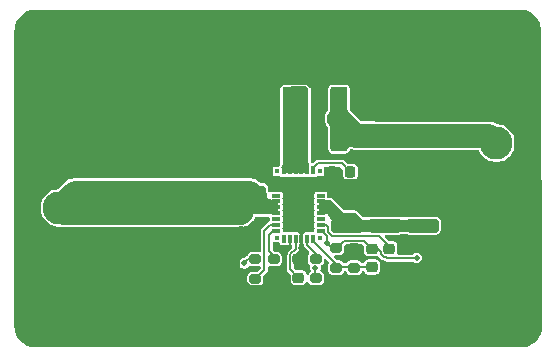
<source format=gbr>
%TF.GenerationSoftware,KiCad,Pcbnew,9.0.3*%
%TF.CreationDate,2025-10-03T16:36:05+02:00*%
%TF.ProjectId,board,626f6172-642e-46b6-9963-61645f706362,rev?*%
%TF.SameCoordinates,Original*%
%TF.FileFunction,Copper,L1,Top*%
%TF.FilePolarity,Positive*%
%FSLAX46Y46*%
G04 Gerber Fmt 4.6, Leading zero omitted, Abs format (unit mm)*
G04 Created by KiCad (PCBNEW 9.0.3) date 2025-10-03 16:36:05*
%MOMM*%
%LPD*%
G01*
G04 APERTURE LIST*
G04 Aperture macros list*
%AMRoundRect*
0 Rectangle with rounded corners*
0 $1 Rounding radius*
0 $2 $3 $4 $5 $6 $7 $8 $9 X,Y pos of 4 corners*
0 Add a 4 corners polygon primitive as box body*
4,1,4,$2,$3,$4,$5,$6,$7,$8,$9,$2,$3,0*
0 Add four circle primitives for the rounded corners*
1,1,$1+$1,$2,$3*
1,1,$1+$1,$4,$5*
1,1,$1+$1,$6,$7*
1,1,$1+$1,$8,$9*
0 Add four rect primitives between the rounded corners*
20,1,$1+$1,$2,$3,$4,$5,0*
20,1,$1+$1,$4,$5,$6,$7,0*
20,1,$1+$1,$6,$7,$8,$9,0*
20,1,$1+$1,$8,$9,$2,$3,0*%
G04 Aperture macros list end*
%TA.AperFunction,SMDPad,CuDef*%
%ADD10RoundRect,0.200000X-0.275000X0.200000X-0.275000X-0.200000X0.275000X-0.200000X0.275000X0.200000X0*%
%TD*%
%TA.AperFunction,SMDPad,CuDef*%
%ADD11RoundRect,0.250000X1.100000X-0.325000X1.100000X0.325000X-1.100000X0.325000X-1.100000X-0.325000X0*%
%TD*%
%TA.AperFunction,SMDPad,CuDef*%
%ADD12RoundRect,0.250000X-0.650000X0.325000X-0.650000X-0.325000X0.650000X-0.325000X0.650000X0.325000X0*%
%TD*%
%TA.AperFunction,SMDPad,CuDef*%
%ADD13RoundRect,0.250000X-0.465000X-2.500000X0.465000X-2.500000X0.465000X2.500000X-0.465000X2.500000X0*%
%TD*%
%TA.AperFunction,SMDPad,CuDef*%
%ADD14RoundRect,0.200000X0.275000X-0.200000X0.275000X0.200000X-0.275000X0.200000X-0.275000X-0.200000X0*%
%TD*%
%TA.AperFunction,SMDPad,CuDef*%
%ADD15RoundRect,0.250000X-1.100000X0.325000X-1.100000X-0.325000X1.100000X-0.325000X1.100000X0.325000X0*%
%TD*%
%TA.AperFunction,ComponentPad*%
%ADD16RoundRect,0.250001X1.149999X-1.149999X1.149999X1.149999X-1.149999X1.149999X-1.149999X-1.149999X0*%
%TD*%
%TA.AperFunction,ComponentPad*%
%ADD17C,2.800000*%
%TD*%
%TA.AperFunction,SMDPad,CuDef*%
%ADD18RoundRect,0.250000X-0.475000X0.250000X-0.475000X-0.250000X0.475000X-0.250000X0.475000X0.250000X0*%
%TD*%
%TA.AperFunction,SMDPad,CuDef*%
%ADD19R,0.700000X0.300000*%
%TD*%
%TA.AperFunction,SMDPad,CuDef*%
%ADD20R,0.300000X0.700000*%
%TD*%
%TA.AperFunction,SMDPad,CuDef*%
%ADD21R,1.125000X1.355000*%
%TD*%
%TA.AperFunction,SMDPad,CuDef*%
%ADD22R,1.125000X1.340000*%
%TD*%
%TA.AperFunction,SMDPad,CuDef*%
%ADD23R,0.375000X0.375000*%
%TD*%
%TA.AperFunction,SMDPad,CuDef*%
%ADD24RoundRect,0.225000X-0.250000X0.225000X-0.250000X-0.225000X0.250000X-0.225000X0.250000X0.225000X0*%
%TD*%
%TA.AperFunction,ComponentPad*%
%ADD25RoundRect,0.250001X-1.149999X1.149999X-1.149999X-1.149999X1.149999X-1.149999X1.149999X1.149999X0*%
%TD*%
%TA.AperFunction,SMDPad,CuDef*%
%ADD26RoundRect,0.225000X0.250000X-0.225000X0.250000X0.225000X-0.250000X0.225000X-0.250000X-0.225000X0*%
%TD*%
%TA.AperFunction,SMDPad,CuDef*%
%ADD27RoundRect,0.225000X0.225000X0.250000X-0.225000X0.250000X-0.225000X-0.250000X0.225000X-0.250000X0*%
%TD*%
%TA.AperFunction,ViaPad*%
%ADD28C,0.500000*%
%TD*%
%TA.AperFunction,Conductor*%
%ADD29C,0.200000*%
%TD*%
%TA.AperFunction,Conductor*%
%ADD30C,1.000000*%
%TD*%
%TA.AperFunction,Conductor*%
%ADD31C,2.000000*%
%TD*%
G04 APERTURE END LIST*
D10*
%TO.P,R1,1*%
%TO.N,/8A_DCDC/In*%
X160600000Y-111350000D03*
%TO.P,R1,2*%
%TO.N,/8A_DCDC/En*%
X160600000Y-113000000D03*
%TD*%
D11*
%TO.P,C8,1*%
%TO.N,/8A_DCDC/In*%
X168350000Y-108500000D03*
%TO.P,C8,2*%
%TO.N,GND*%
X168350000Y-105550000D03*
%TD*%
D12*
%TO.P,C16,1*%
%TO.N,/8A_DCDC/5V*%
X170550000Y-100875000D03*
%TO.P,C16,2*%
%TO.N,GND*%
X170550000Y-103825000D03*
%TD*%
D13*
%TO.P,L1,1*%
%TO.N,/8A_DCDC/SW*%
X163630000Y-99450000D03*
%TO.P,L1,2*%
%TO.N,/8A_DCDC/5V*%
X167670000Y-99450000D03*
%TD*%
D14*
%TO.P,R5,1*%
%TO.N,/8A_DCDC/FB*%
X168950000Y-112050000D03*
%TO.P,R5,2*%
%TO.N,GND*%
X168950000Y-110400000D03*
%TD*%
D11*
%TO.P,C3,1*%
%TO.N,/8A_DCDC/In*%
X153550000Y-105700000D03*
%TO.P,C3,2*%
%TO.N,GND*%
X153550000Y-102750000D03*
%TD*%
D15*
%TO.P,C6,1*%
%TO.N,/8A_DCDC/In*%
X150250000Y-107400000D03*
%TO.P,C6,2*%
%TO.N,GND*%
X150250000Y-110350000D03*
%TD*%
D14*
%TO.P,R2,1*%
%TO.N,/8A_DCDC/5V*%
X165750000Y-112950000D03*
%TO.P,R2,2*%
%TO.N,Net-(U1-PG)*%
X165750000Y-111300000D03*
%TD*%
D12*
%TO.P,C18,1*%
%TO.N,/8A_DCDC/5V*%
X175350000Y-100900000D03*
%TO.P,C18,2*%
%TO.N,GND*%
X175350000Y-103850000D03*
%TD*%
D11*
%TO.P,C9,1*%
%TO.N,/8A_DCDC/In*%
X174750000Y-108500000D03*
%TO.P,C9,2*%
%TO.N,GND*%
X174750000Y-105550000D03*
%TD*%
D16*
%TO.P,J1,1,Pin_1*%
%TO.N,GND*%
X181000000Y-106500000D03*
D17*
%TO.P,J1,2,Pin_2*%
%TO.N,/8A_DCDC/5V*%
X181000000Y-101500000D03*
%TD*%
D18*
%TO.P,C11,1*%
%TO.N,/8A_DCDC/In*%
X159450000Y-107350000D03*
%TO.P,C11,2*%
%TO.N,GND*%
X159450000Y-109250000D03*
%TD*%
D10*
%TO.P,R4,1*%
%TO.N,/8A_DCDC/5V*%
X167450000Y-110400000D03*
%TO.P,R4,2*%
%TO.N,/8A_DCDC/FB*%
X167450000Y-112050000D03*
%TD*%
D11*
%TO.P,C2,1*%
%TO.N,/8A_DCDC/In*%
X150250000Y-105700000D03*
%TO.P,C2,2*%
%TO.N,GND*%
X150250000Y-102750000D03*
%TD*%
D15*
%TO.P,C5,1*%
%TO.N,/8A_DCDC/In*%
X153550000Y-107400000D03*
%TO.P,C5,2*%
%TO.N,GND*%
X153550000Y-110350000D03*
%TD*%
%TO.P,C4,1*%
%TO.N,/8A_DCDC/In*%
X156850000Y-107400000D03*
%TO.P,C4,2*%
%TO.N,GND*%
X156850000Y-110350000D03*
%TD*%
D10*
%TO.P,R3,1*%
%TO.N,Net-(U1-RT)*%
X162150000Y-111350000D03*
%TO.P,R3,2*%
%TO.N,GND*%
X162150000Y-113000000D03*
%TD*%
D19*
%TO.P,U1,1,BIAS*%
%TO.N,/8A_DCDC/5V*%
X166150000Y-108950000D03*
%TO.P,U1,2,INTVCC*%
%TO.N,Net-(U1-INTVCC)*%
X166150000Y-108450000D03*
%TO.P,U1,3,NC*%
%TO.N,unconnected-(U1-NC-Pad3)*%
X166150000Y-107950000D03*
%TO.P,U1,4,VIN*%
%TO.N,/8A_DCDC/In*%
X166150000Y-107450000D03*
%TO.P,U1,5,VIN*%
X166150000Y-106950000D03*
%TO.P,U1,6,VIN*%
X166150000Y-106450000D03*
%TO.P,U1,7,NC*%
%TO.N,unconnected-(U1-NC-Pad7)*%
X166150000Y-105950000D03*
%TO.P,U1,8,GND*%
%TO.N,GND*%
X166150000Y-105450000D03*
%TO.P,U1,9,GND*%
X166150000Y-104950001D03*
%TO.P,U1,10,GND*%
X166150000Y-104450000D03*
D20*
%TO.P,U1,11,BST*%
%TO.N,Net-(U1-BST)*%
X165500000Y-103800000D03*
%TO.P,U1,12,SW*%
%TO.N,/8A_DCDC/SW*%
X165000000Y-103800000D03*
%TO.P,U1,13,SW*%
X164500000Y-103800000D03*
%TO.P,U1,14,SW*%
X164000000Y-103800000D03*
%TO.P,U1,15,SW*%
X163500000Y-103800000D03*
%TO.P,U1,16,SW*%
X163000000Y-103800000D03*
D19*
%TO.P,U1,17,GND*%
%TO.N,GND*%
X162350000Y-104450000D03*
%TO.P,U1,18,GND*%
X162350000Y-104950000D03*
%TO.P,U1,19,GND*%
X162350000Y-105450000D03*
%TO.P,U1,20,NC*%
%TO.N,unconnected-(U1-NC-Pad20)*%
X162350000Y-105950000D03*
%TO.P,U1,21,VIN*%
%TO.N,/8A_DCDC/In*%
X162350000Y-106450000D03*
%TO.P,U1,22,VIN*%
X162350000Y-106950000D03*
%TO.P,U1,23,VIN*%
X162350000Y-107450000D03*
%TO.P,U1,24,NC*%
%TO.N,unconnected-(U1-NC-Pad24)*%
X162350000Y-107950000D03*
%TO.P,U1,25,EN/UV*%
%TO.N,/8A_DCDC/En*%
X162350000Y-108449999D03*
%TO.P,U1,26,RT*%
%TO.N,Net-(U1-RT)*%
X162350000Y-108950000D03*
D20*
%TO.P,U1,27,CLKOUT*%
%TO.N,unconnected-(U1-CLKOUT-Pad27)*%
X163000000Y-109600000D03*
%TO.P,U1,28,SYNC/MODE*%
%TO.N,/8A_DCDC/Mode*%
X163500000Y-109600000D03*
%TO.P,U1,29,TR/SS*%
%TO.N,Net-(U1-TR{slash}SS)*%
X164000000Y-109600000D03*
%TO.P,U1,30,GND*%
%TO.N,GND*%
X164500000Y-109600000D03*
%TO.P,U1,31,PG*%
%TO.N,Net-(U1-PG)*%
X165000000Y-109600000D03*
%TO.P,U1,32,FB*%
%TO.N,/8A_DCDC/FB*%
X165500000Y-109600000D03*
D21*
%TO.P,U1,33,GND*%
%TO.N,GND*%
X164912500Y-108247500D03*
%TO.P,U1,34,GND*%
X163587500Y-108247500D03*
D22*
%TO.P,U1,35,GND*%
X164912500Y-106700000D03*
%TO.P,U1,36,GND*%
X163587500Y-106700000D03*
D21*
%TO.P,U1,37,GND*%
X164912500Y-105152500D03*
%TO.P,U1,38,GND*%
X163587500Y-105152500D03*
D23*
%TO.P,U1,m1*%
%TO.N,N/C*%
X166062500Y-109512500D03*
%TO.P,U1,m2*%
X166062500Y-103887500D03*
%TO.P,U1,m3*%
X162437500Y-103887500D03*
%TO.P,U1,m4*%
X162437500Y-109512500D03*
%TD*%
D24*
%TO.P,C12,1*%
%TO.N,Net-(U1-INTVCC)*%
X171950000Y-110450000D03*
%TO.P,C12,2*%
%TO.N,GND*%
X171950000Y-112000000D03*
%TD*%
D11*
%TO.P,C10,1*%
%TO.N,/8A_DCDC/In*%
X156850000Y-105700000D03*
%TO.P,C10,2*%
%TO.N,GND*%
X156850000Y-102750000D03*
%TD*%
D24*
%TO.P,C15,1*%
%TO.N,/8A_DCDC/5V*%
X170450000Y-110450000D03*
%TO.P,C15,2*%
%TO.N,/8A_DCDC/FB*%
X170450000Y-112000000D03*
%TD*%
D25*
%TO.P,J2,1,Pin_1*%
%TO.N,GND*%
X144000000Y-102000000D03*
D17*
%TO.P,J2,2,Pin_2*%
%TO.N,/8A_DCDC/In*%
X144000000Y-107000000D03*
%TD*%
D26*
%TO.P,C13,1*%
%TO.N,Net-(U1-TR{slash}SS)*%
X164250000Y-112900000D03*
%TO.P,C13,2*%
%TO.N,GND*%
X164250000Y-111350000D03*
%TD*%
D11*
%TO.P,C1,1*%
%TO.N,/8A_DCDC/In*%
X171550000Y-108500000D03*
%TO.P,C1,2*%
%TO.N,GND*%
X171550000Y-105550000D03*
%TD*%
D12*
%TO.P,C17,1*%
%TO.N,/8A_DCDC/5V*%
X172950000Y-100900000D03*
%TO.P,C17,2*%
%TO.N,GND*%
X172950000Y-103850000D03*
%TD*%
D11*
%TO.P,C7,1*%
%TO.N,/8A_DCDC/In*%
X160150000Y-105700000D03*
%TO.P,C7,2*%
%TO.N,GND*%
X160150000Y-102750000D03*
%TD*%
D27*
%TO.P,C14,1*%
%TO.N,Net-(U1-BST)*%
X168650000Y-103950000D03*
%TO.P,C14,2*%
%TO.N,GND*%
X167100000Y-103950000D03*
%TD*%
D28*
%TO.N,/8A_DCDC/Mode*%
X163073742Y-110871488D03*
%TO.N,/8A_DCDC/In*%
X153250000Y-107000000D03*
X159654160Y-111695840D03*
X147250000Y-107000000D03*
X152250000Y-107000000D03*
X149250000Y-107000000D03*
X168000000Y-108500000D03*
X157250000Y-107000000D03*
X150250000Y-107000000D03*
X158400000Y-107400000D03*
X148250000Y-107000000D03*
X155250000Y-107000000D03*
X169900000Y-108500000D03*
X171500000Y-108500000D03*
X154250000Y-107000000D03*
X151250000Y-107000000D03*
X146250000Y-107000000D03*
X170750000Y-108500000D03*
X156250000Y-107000000D03*
X169000000Y-108500000D03*
%TO.N,GND*%
X181000000Y-116000000D03*
X167900000Y-105450000D03*
X156650000Y-103950000D03*
X141000000Y-91000000D03*
X159000000Y-91000000D03*
X147000000Y-112000000D03*
X147000000Y-118000000D03*
X141000000Y-114000000D03*
X177000000Y-91000000D03*
X153000000Y-102750000D03*
X151000000Y-91000000D03*
X161000000Y-108250000D03*
X178000000Y-99000000D03*
X165000000Y-91000000D03*
X172750000Y-112000000D03*
X149000000Y-118000000D03*
X159650000Y-109700000D03*
X141000000Y-103000000D03*
X175000000Y-103850000D03*
X181000000Y-91000000D03*
X175000000Y-91000000D03*
X153000000Y-112000000D03*
X160650000Y-103950000D03*
X143000000Y-112000000D03*
X150000000Y-102750000D03*
X183000000Y-112000000D03*
X163400000Y-104700000D03*
X171000000Y-91000000D03*
X163400000Y-105700000D03*
X167900000Y-106200000D03*
X176000000Y-103850000D03*
X170000000Y-105553000D03*
X164150000Y-107950000D03*
X151000000Y-102750000D03*
X154000000Y-102750000D03*
X163000000Y-118000000D03*
X145000000Y-112000000D03*
X163400000Y-107200000D03*
X177000000Y-103850000D03*
X164900000Y-108700000D03*
X141000000Y-101000000D03*
X180000000Y-99000000D03*
X157000000Y-118000000D03*
X141000000Y-110000000D03*
X163000000Y-91000000D03*
X169000000Y-91000000D03*
X184000000Y-92000000D03*
X164150000Y-108700000D03*
X160400000Y-109700000D03*
X151000000Y-112000000D03*
X159650000Y-103950000D03*
X177250000Y-110250000D03*
X157000000Y-112000000D03*
X161000000Y-118000000D03*
X175000000Y-105550000D03*
X161400000Y-104450000D03*
X164500000Y-110350000D03*
X141000000Y-93000000D03*
X167650000Y-104200000D03*
X166900000Y-105450000D03*
X162000000Y-100000000D03*
X165000000Y-118000000D03*
X164150000Y-106450000D03*
X183000000Y-118000000D03*
X148000000Y-102750000D03*
X155000000Y-118000000D03*
X173750000Y-105553000D03*
X171000000Y-118000000D03*
X164900000Y-106450000D03*
X143000000Y-116000000D03*
X178000000Y-103850000D03*
X166900000Y-104700000D03*
X160400000Y-110450000D03*
X164350000Y-111250000D03*
X145000000Y-118000000D03*
X184000000Y-98000000D03*
X164900000Y-107950000D03*
X177000000Y-106000000D03*
X157000000Y-102750000D03*
X183000000Y-116000000D03*
X141000000Y-118000000D03*
X173000000Y-110000000D03*
X141000000Y-97000000D03*
X145000000Y-91000000D03*
X141000000Y-99000000D03*
X162000000Y-99000000D03*
X182000000Y-93000000D03*
X141000000Y-112000000D03*
X157000000Y-91000000D03*
X184000000Y-106000000D03*
X160150000Y-101000000D03*
X161400000Y-103700000D03*
X156000000Y-102750000D03*
X159650000Y-110450000D03*
X164900000Y-107200000D03*
X172000000Y-99000000D03*
X184000000Y-96000000D03*
X176000000Y-99000000D03*
X175000000Y-118000000D03*
X175000000Y-110000000D03*
X143000000Y-91000000D03*
X174000000Y-110000000D03*
X164900000Y-104700000D03*
X173000000Y-118000000D03*
X167000000Y-118000000D03*
X183000000Y-91000000D03*
X177000000Y-118000000D03*
X159000000Y-118000000D03*
X169650000Y-110950000D03*
X171000000Y-103850000D03*
X177000000Y-108000000D03*
X151000000Y-118000000D03*
X162000000Y-98000000D03*
X162079643Y-96079643D03*
X155000000Y-91000000D03*
X163400000Y-108700000D03*
X177000000Y-107000000D03*
X170000000Y-97000000D03*
X162150000Y-112350000D03*
X181000000Y-118000000D03*
X158000000Y-102750000D03*
X161000000Y-91000000D03*
X141000000Y-116000000D03*
X169000000Y-118000000D03*
X153000000Y-118000000D03*
X184000000Y-94000000D03*
X183000000Y-110000000D03*
X164150000Y-105700000D03*
X155650000Y-103950000D03*
X170000000Y-99000000D03*
X162000000Y-101000000D03*
X179000000Y-91000000D03*
X173000000Y-103850000D03*
X173000000Y-91000000D03*
X155000000Y-102750000D03*
X163400000Y-107950000D03*
X147000000Y-91000000D03*
X163400000Y-106450000D03*
X143000000Y-118000000D03*
X141000000Y-95000000D03*
X179000000Y-118000000D03*
X184000000Y-108000000D03*
X164150000Y-107200000D03*
X153000000Y-91000000D03*
X164900000Y-105700000D03*
X158650000Y-103950000D03*
X164000000Y-95572000D03*
X157650000Y-103950000D03*
X167000000Y-91000000D03*
X155000000Y-112000000D03*
X174000000Y-103850000D03*
X149000000Y-112000000D03*
X168000000Y-95572000D03*
X171250000Y-105553000D03*
X183000000Y-114000000D03*
X149000000Y-102750000D03*
X149000000Y-91000000D03*
X174000000Y-99000000D03*
X164150000Y-104700000D03*
X172500000Y-105553000D03*
X172000000Y-103850000D03*
X159650000Y-108950000D03*
X152000000Y-102750000D03*
X160400000Y-108950000D03*
X166000000Y-95572000D03*
%TO.N,/8A_DCDC/5V*%
X165686946Y-112077000D03*
X166650000Y-109950000D03*
X174250000Y-111250000D03*
%TD*%
D29*
%TO.N,/8A_DCDC/Mode*%
X163500000Y-110445230D02*
X163073742Y-110871488D01*
X163500000Y-109600000D02*
X163500000Y-110445230D01*
%TO.N,/8A_DCDC/In*%
X160900000Y-106450000D02*
X160150000Y-105700000D01*
X162350000Y-106950000D02*
X159850000Y-106950000D01*
D30*
X169000000Y-108500000D02*
X168350000Y-108500000D01*
D29*
X166950000Y-107450000D02*
X168000000Y-108500000D01*
X159850000Y-106950000D02*
X159450000Y-107350000D01*
D31*
X150250000Y-107400000D02*
X158400000Y-107400000D01*
D30*
X170750000Y-108500000D02*
X169900000Y-108500000D01*
D31*
X150250000Y-105700000D02*
X145300000Y-105700000D01*
X144400000Y-107400000D02*
X144000000Y-107000000D01*
X150250000Y-107400000D02*
X144400000Y-107400000D01*
D29*
X168000000Y-107500000D02*
X169000000Y-107500000D01*
X160650000Y-111350000D02*
X160000000Y-111350000D01*
D31*
X158400000Y-107400000D02*
X159400000Y-107400000D01*
D29*
X166150000Y-106450000D02*
X166950000Y-106450000D01*
D31*
X160150000Y-105700000D02*
X150250000Y-105700000D01*
D30*
X174750000Y-108500000D02*
X171500000Y-108500000D01*
D31*
X159400000Y-107400000D02*
X159450000Y-107350000D01*
D29*
X159550000Y-107450000D02*
X159450000Y-107350000D01*
D30*
X171550000Y-108500000D02*
X169900000Y-108500000D01*
X169900000Y-108500000D02*
X169000000Y-108500000D01*
D29*
X169900000Y-108400000D02*
X169900000Y-108500000D01*
X160000000Y-111350000D02*
X159654160Y-111695840D01*
D30*
X171500000Y-108500000D02*
X170750000Y-108500000D01*
D29*
X166950000Y-106450000D02*
X168000000Y-107500000D01*
X162350000Y-106450000D02*
X160900000Y-106450000D01*
D31*
X145300000Y-105700000D02*
X144000000Y-107000000D01*
D29*
X162350000Y-107450000D02*
X159550000Y-107450000D01*
X166150000Y-107450000D02*
X166950000Y-107450000D01*
X169000000Y-107500000D02*
X169900000Y-108400000D01*
D31*
%TO.N,GND*%
X141472000Y-104528000D02*
X144000000Y-102000000D01*
X171250000Y-105553000D02*
X170000000Y-105553000D01*
X154000000Y-102750000D02*
X155000000Y-102750000D01*
X155000000Y-102750000D02*
X156000000Y-102750000D01*
X173000000Y-103850000D02*
X172000000Y-103850000D01*
X158599999Y-110350000D02*
X159422000Y-109527999D01*
X170000000Y-105553000D02*
X168350000Y-105553000D01*
D29*
X168950000Y-110450000D02*
X169150000Y-110450000D01*
D31*
X149000000Y-102750000D02*
X148000000Y-102750000D01*
D29*
X167100000Y-104300000D02*
X168350000Y-105550000D01*
D31*
X172972000Y-114528000D02*
X159819382Y-114528000D01*
X160150000Y-98009286D02*
X160150000Y-101000000D01*
X152000000Y-102750000D02*
X153000000Y-102750000D01*
X144750000Y-102750000D02*
X144000000Y-102000000D01*
X158276160Y-112984778D02*
X158276160Y-110673839D01*
X183528000Y-100452868D02*
X178647132Y-95572000D01*
X150250000Y-110350000D02*
X158599999Y-110350000D01*
X183528000Y-103972000D02*
X183528000Y-100452868D01*
X175350000Y-103850000D02*
X175000000Y-103850000D01*
X174750000Y-105550000D02*
X174747000Y-105553000D01*
X141472000Y-108047132D02*
X141472000Y-104528000D01*
X143774868Y-110350000D02*
X141472000Y-108047132D01*
X158000000Y-102750000D02*
X160150000Y-102750000D01*
X156000000Y-102750000D02*
X156850000Y-102750000D01*
X157000000Y-102750000D02*
X158000000Y-102750000D01*
D29*
X164500000Y-111100000D02*
X164350000Y-111250000D01*
D31*
X172500000Y-105553000D02*
X171250000Y-105553000D01*
D29*
X164500000Y-109600000D02*
X164500000Y-110350000D01*
D31*
X178647132Y-95572000D02*
X168000000Y-95572000D01*
X166000000Y-95572000D02*
X164000000Y-95572000D01*
X177250000Y-110250000D02*
X172972000Y-114528000D01*
X162079643Y-96079643D02*
X160150000Y-98009286D01*
X168000000Y-95572000D02*
X166000000Y-95572000D01*
D29*
X166600000Y-104450000D02*
X167100000Y-103950000D01*
D31*
X174000000Y-103850000D02*
X173000000Y-103850000D01*
X175350000Y-103850000D02*
X176000000Y-103850000D01*
D29*
X167100000Y-103950000D02*
X167100000Y-104300000D01*
D31*
X176000000Y-103850000D02*
X177000000Y-103850000D01*
X171000000Y-103850000D02*
X170575000Y-103850000D01*
X150250000Y-110350000D02*
X143774868Y-110350000D01*
D29*
X169150000Y-110450000D02*
X169650000Y-110950000D01*
X166150000Y-104450000D02*
X166600000Y-104450000D01*
D31*
X172000000Y-103850000D02*
X171000000Y-103850000D01*
X151000000Y-102750000D02*
X152000000Y-102750000D01*
X170575000Y-103850000D02*
X170550000Y-103825000D01*
D29*
X164350000Y-111250000D02*
X164250000Y-111350000D01*
D31*
X159819382Y-114528000D02*
X158276160Y-112984778D01*
X156850000Y-102750000D02*
X157000000Y-102750000D01*
X148000000Y-102750000D02*
X144750000Y-102750000D01*
D29*
X171950000Y-112000000D02*
X172750000Y-112000000D01*
D31*
X178000000Y-103850000D02*
X178350000Y-103850000D01*
X160150000Y-101000000D02*
X160150000Y-102750000D01*
X153550000Y-102750000D02*
X154000000Y-102750000D01*
X153000000Y-102750000D02*
X153550000Y-102750000D01*
D29*
X164500000Y-110350000D02*
X164500000Y-111100000D01*
D31*
X178350000Y-103850000D02*
X181000000Y-106500000D01*
X181000000Y-106500000D02*
X183528000Y-103972000D01*
X150000000Y-102750000D02*
X149000000Y-102750000D01*
X150250000Y-102750000D02*
X151000000Y-102750000D01*
X162587286Y-95572000D02*
X162079643Y-96079643D01*
X177000000Y-103850000D02*
X178000000Y-103850000D01*
X181000000Y-106500000D02*
X177250000Y-110250000D01*
X174747000Y-105553000D02*
X173750000Y-105553000D01*
X158276160Y-110673839D02*
X158599999Y-110350000D01*
X175000000Y-103850000D02*
X174000000Y-103850000D01*
X173750000Y-105553000D02*
X172500000Y-105553000D01*
X150250000Y-102750000D02*
X150000000Y-102750000D01*
D29*
X162150000Y-113000000D02*
X162150000Y-112350000D01*
D31*
X164000000Y-95572000D02*
X162587286Y-95572000D01*
D29*
%TO.N,Net-(U1-INTVCC)*%
X166150000Y-108450000D02*
X166606000Y-108450000D01*
X166606000Y-108450000D02*
X166750000Y-108594000D01*
X171050000Y-109350000D02*
X171950000Y-110250000D01*
X166750000Y-108594000D02*
X166750000Y-109007922D01*
X171950000Y-110250000D02*
X171950000Y-110450000D01*
X167092078Y-109350000D02*
X171050000Y-109350000D01*
X166750000Y-109007922D02*
X167092078Y-109350000D01*
%TO.N,Net-(U1-TR{slash}SS)*%
X164000000Y-109600000D02*
X164000000Y-110478126D01*
X163547000Y-112197000D02*
X164250000Y-112900000D01*
X164000000Y-110478126D02*
X163547000Y-110931126D01*
X163547000Y-110931126D02*
X163547000Y-112197000D01*
%TO.N,Net-(U1-BST)*%
X165900000Y-103200000D02*
X165500000Y-103600000D01*
X168650000Y-103950000D02*
X167900000Y-103200000D01*
X167900000Y-103200000D02*
X165900000Y-103200000D01*
X165500000Y-103600000D02*
X165500000Y-103800000D01*
%TO.N,/8A_DCDC/5V*%
X171628000Y-111128000D02*
X171506126Y-111128000D01*
D31*
X170550000Y-100875000D02*
X169095000Y-100875000D01*
X175350000Y-100900000D02*
X180400000Y-100900000D01*
D29*
X171247000Y-110747000D02*
X170950000Y-110450000D01*
X167100000Y-110400000D02*
X167500000Y-110400000D01*
X167500000Y-110400000D02*
X168128000Y-109772000D01*
D31*
X169095000Y-100875000D02*
X167670000Y-99450000D01*
D29*
X170950000Y-110450000D02*
X170450000Y-110450000D01*
X166650000Y-109950000D02*
X167100000Y-110400000D01*
D31*
X170575000Y-100900000D02*
X170550000Y-100875000D01*
D29*
X165750000Y-112850000D02*
X165750000Y-112900000D01*
X165686946Y-112077000D02*
X165686946Y-112786946D01*
X168128000Y-109772000D02*
X169772000Y-109772000D01*
X171750000Y-111250000D02*
X171628000Y-111128000D01*
X174250000Y-111250000D02*
X171750000Y-111250000D01*
X171247000Y-110868874D02*
X171247000Y-110747000D01*
X166228216Y-108950000D02*
X166150000Y-108950000D01*
X166650000Y-109371784D02*
X166228216Y-108950000D01*
D31*
X180400000Y-100900000D02*
X181000000Y-101500000D01*
D29*
X165686946Y-112786946D02*
X165750000Y-112850000D01*
X169772000Y-109772000D02*
X170450000Y-110450000D01*
X171506126Y-111128000D02*
X171247000Y-110868874D01*
D31*
X175350000Y-100900000D02*
X170575000Y-100900000D01*
D29*
X166650000Y-109950000D02*
X166650000Y-109371784D01*
%TO.N,/8A_DCDC/En*%
X161353000Y-112247000D02*
X161353000Y-108947000D01*
X160650000Y-112950000D02*
X161353000Y-112247000D01*
X161850001Y-108449999D02*
X162350000Y-108449999D01*
X161353000Y-108947000D02*
X161850001Y-108449999D01*
%TO.N,Net-(U1-PG)*%
X165000000Y-109600000D02*
X165000000Y-110150000D01*
X165750000Y-110900000D02*
X165750000Y-111350000D01*
X165000000Y-110150000D02*
X165750000Y-110900000D01*
%TO.N,Net-(U1-RT)*%
X161750000Y-109250000D02*
X162050000Y-108950000D01*
X162150000Y-111350000D02*
X162150000Y-111050000D01*
X161750000Y-110650000D02*
X161750000Y-109250000D01*
X162150000Y-111050000D02*
X161750000Y-110650000D01*
X162050000Y-108950000D02*
X162350000Y-108950000D01*
%TO.N,/8A_DCDC/FB*%
X167450000Y-112000000D02*
X168950000Y-112000000D01*
X168950000Y-112000000D02*
X170450000Y-112000000D01*
X165500000Y-109600000D02*
X165500000Y-109800000D01*
X165500000Y-109800000D02*
X167450000Y-111750000D01*
X167450000Y-111750000D02*
X167450000Y-112000000D01*
%TO.N,/8A_DCDC/SW*%
X164800000Y-96800000D02*
X163630000Y-96800000D01*
X163500000Y-103800000D02*
X163500000Y-99580000D01*
X163000000Y-100080000D02*
X163630000Y-99450000D01*
X165000000Y-97000000D02*
X164800000Y-96800000D01*
X165000000Y-103800000D02*
X165000000Y-97000000D01*
X164500000Y-100320000D02*
X163630000Y-99450000D01*
X164000000Y-99820000D02*
X163630000Y-99450000D01*
X163630000Y-96800000D02*
X163630000Y-99450000D01*
X163000000Y-103800000D02*
X163000000Y-100080000D01*
X163500000Y-99580000D02*
X163630000Y-99450000D01*
X164000000Y-103800000D02*
X164000000Y-99820000D01*
X164500000Y-103800000D02*
X164500000Y-100320000D01*
%TD*%
%TA.AperFunction,Conductor*%
%TO.N,/8A_DCDC/In*%
G36*
X166675816Y-106368440D02*
G01*
X167813560Y-107181114D01*
X167826020Y-107191670D01*
X167893756Y-107259405D01*
X167950165Y-107315814D01*
X167962015Y-107326769D01*
X167973828Y-107336858D01*
X168043786Y-107376036D01*
X168101977Y-107394943D01*
X168114677Y-107396954D01*
X168165475Y-107405000D01*
X168165479Y-107405000D01*
X168998343Y-107405000D01*
X169056534Y-107423907D01*
X169068346Y-107433996D01*
X169311391Y-107677040D01*
X169550165Y-107915814D01*
X169562015Y-107926769D01*
X169573828Y-107936858D01*
X169643786Y-107976036D01*
X169701977Y-107994943D01*
X169714677Y-107996954D01*
X169765475Y-108005000D01*
X169765479Y-108005000D01*
X170167487Y-108005000D01*
X170167560Y-108005000D01*
X170167863Y-108004999D01*
X170168519Y-108004998D01*
X170169099Y-108004995D01*
X170169133Y-108004995D01*
X170200746Y-107999801D01*
X170233261Y-107994459D01*
X170233263Y-107994458D01*
X170233265Y-107994458D01*
X170291312Y-107975116D01*
X170309631Y-107965607D01*
X170322541Y-107960032D01*
X170392495Y-107935555D01*
X170425191Y-107930000D01*
X172674808Y-107930000D01*
X172707504Y-107935554D01*
X172751685Y-107951014D01*
X172777546Y-107960063D01*
X172790001Y-107965404D01*
X172810747Y-107976036D01*
X172868938Y-107994943D01*
X172881638Y-107996954D01*
X172932436Y-108005000D01*
X172932440Y-108005000D01*
X173367487Y-108005000D01*
X173367560Y-108005000D01*
X173367863Y-108004999D01*
X173368519Y-108004998D01*
X173369099Y-108004995D01*
X173369133Y-108004995D01*
X173400746Y-107999801D01*
X173433261Y-107994459D01*
X173433263Y-107994458D01*
X173433265Y-107994458D01*
X173491312Y-107975116D01*
X173509631Y-107965607D01*
X173522541Y-107960032D01*
X173592495Y-107935555D01*
X173625191Y-107930000D01*
X175874809Y-107930000D01*
X175907503Y-107935554D01*
X175951690Y-107951016D01*
X175977775Y-107964802D01*
X176013191Y-107990940D01*
X176034056Y-108011805D01*
X176060195Y-108047222D01*
X176073984Y-108073312D01*
X176089444Y-108117493D01*
X176095000Y-108150191D01*
X176095000Y-108849807D01*
X176089455Y-108882473D01*
X176089038Y-108883666D01*
X176051989Y-108932359D01*
X175995583Y-108950000D01*
X167421356Y-108950000D01*
X167363165Y-108931093D01*
X167327436Y-108882307D01*
X167083397Y-108150191D01*
X167050000Y-108050000D01*
X167013295Y-107994943D01*
X166650000Y-107450000D01*
X166049000Y-107450000D01*
X165990809Y-107431093D01*
X165954845Y-107381593D01*
X165950000Y-107351000D01*
X165950000Y-106449000D01*
X165968907Y-106390809D01*
X166018407Y-106354845D01*
X166049000Y-106350000D01*
X166618273Y-106350000D01*
X166675816Y-106368440D01*
G37*
%TD.AperFunction*%
%TD*%
%TA.AperFunction,Conductor*%
%TO.N,/8A_DCDC/5V*%
G36*
X168316712Y-96791407D02*
G01*
X168338175Y-96812710D01*
X168345194Y-96822220D01*
X168358984Y-96848312D01*
X168374444Y-96892493D01*
X168380000Y-96925191D01*
X168380000Y-98626728D01*
X168380345Y-98635497D01*
X168380634Y-98642859D01*
X168381853Y-98658338D01*
X168381854Y-98658343D01*
X168403615Y-98735505D01*
X168403617Y-98735511D01*
X168431394Y-98790027D01*
X168469181Y-98842036D01*
X168469183Y-98842038D01*
X168469186Y-98842042D01*
X169417958Y-99790814D01*
X169417971Y-99790826D01*
X169417978Y-99790833D01*
X169429798Y-99801760D01*
X169429808Y-99801769D01*
X169441621Y-99811858D01*
X169511579Y-99851036D01*
X169569770Y-99869943D01*
X169582470Y-99871954D01*
X169633268Y-99880000D01*
X169633272Y-99880000D01*
X170620518Y-99880000D01*
X170636004Y-99881218D01*
X170762484Y-99901251D01*
X170778506Y-99903147D01*
X170793993Y-99904366D01*
X170810118Y-99905000D01*
X177351000Y-99905000D01*
X177409191Y-99923907D01*
X177445155Y-99973407D01*
X177450000Y-100004000D01*
X177450000Y-101796000D01*
X177431093Y-101854191D01*
X177381593Y-101890155D01*
X177351000Y-101895000D01*
X170504482Y-101895000D01*
X170488995Y-101893781D01*
X170466101Y-101890155D01*
X170362516Y-101873749D01*
X170346494Y-101871853D01*
X170335350Y-101870975D01*
X170331010Y-101870634D01*
X170328161Y-101870522D01*
X170314882Y-101870000D01*
X170314868Y-101870000D01*
X169024481Y-101870000D01*
X169008994Y-101868781D01*
X168869706Y-101846720D01*
X168854601Y-101843094D01*
X168758305Y-101811806D01*
X168758299Y-101811804D01*
X168758289Y-101811801D01*
X168758281Y-101811799D01*
X168729211Y-101804647D01*
X168700770Y-101799814D01*
X168698563Y-101799452D01*
X168698560Y-101799452D01*
X168698559Y-101799452D01*
X168679180Y-101800758D01*
X168607310Y-101805603D01*
X168548720Y-101823197D01*
X168548710Y-101823201D01*
X168514518Y-101836917D01*
X168514517Y-101836918D01*
X168444309Y-101895531D01*
X168407252Y-101944201D01*
X168376777Y-102000831D01*
X168376776Y-102000833D01*
X168358981Y-102051691D01*
X168345193Y-102077779D01*
X168321571Y-102109787D01*
X168271806Y-102145380D01*
X168241916Y-102150000D01*
X167098084Y-102150000D01*
X167039893Y-102131093D01*
X167018429Y-102109788D01*
X166994806Y-102077780D01*
X166981016Y-102051689D01*
X166965555Y-102007503D01*
X166960000Y-101974806D01*
X166960000Y-100264498D01*
X166949942Y-100200996D01*
X166940488Y-100171903D01*
X166931035Y-100142809D01*
X166901846Y-100085524D01*
X166823577Y-99977796D01*
X166815463Y-99964554D01*
X166797601Y-99929497D01*
X166751428Y-99838878D01*
X166745493Y-99824550D01*
X166701901Y-99690388D01*
X166698278Y-99675293D01*
X166676219Y-99536008D01*
X166675000Y-99520522D01*
X166675000Y-99379475D01*
X166676219Y-99363989D01*
X166698278Y-99224704D01*
X166701900Y-99209612D01*
X166745497Y-99075436D01*
X166751426Y-99061123D01*
X166815462Y-98935443D01*
X166823572Y-98922209D01*
X166901845Y-98814479D01*
X166931036Y-98757190D01*
X166949943Y-98698999D01*
X166960000Y-98635497D01*
X166960000Y-96925191D01*
X166965555Y-96892495D01*
X166973602Y-96869495D01*
X166981015Y-96848308D01*
X166994810Y-96822211D01*
X167001827Y-96812705D01*
X167015647Y-96802822D01*
X167018079Y-96799629D01*
X167021587Y-96798575D01*
X167051597Y-96777117D01*
X167081477Y-96772500D01*
X167905519Y-96772500D01*
X168258521Y-96772500D01*
X168316712Y-96791407D01*
G37*
%TD.AperFunction*%
%TD*%
%TA.AperFunction,Conductor*%
%TO.N,/8A_DCDC/SW*%
G36*
X164924034Y-96791407D02*
G01*
X164935838Y-96801489D01*
X165066006Y-96931656D01*
X165093781Y-96986170D01*
X165095000Y-97001657D01*
X165095000Y-99371686D01*
X165095000Y-103135521D01*
X165100678Y-103183493D01*
X165111468Y-103228438D01*
X165114267Y-103237954D01*
X165117321Y-103248337D01*
X165117322Y-103248338D01*
X165134825Y-103276194D01*
X165150000Y-103328865D01*
X165150000Y-103420310D01*
X165149524Y-103430009D01*
X165149500Y-103430252D01*
X165149500Y-103951000D01*
X165130593Y-104009191D01*
X165081093Y-104045155D01*
X165050500Y-104050000D01*
X162924500Y-104050000D01*
X162866309Y-104031093D01*
X162830345Y-103981593D01*
X162825500Y-103951000D01*
X162825500Y-103680253D01*
X162825500Y-103680252D01*
X162813867Y-103621769D01*
X162813865Y-103621767D01*
X162811964Y-103612206D01*
X162814779Y-103611645D01*
X162811174Y-103565872D01*
X162815756Y-103551627D01*
X162818512Y-103544861D01*
X162837580Y-103512632D01*
X162840886Y-103504285D01*
X162851377Y-103468704D01*
X162853132Y-103459874D01*
X162856701Y-103451116D01*
X162858358Y-103449151D01*
X162860715Y-103442476D01*
X162879713Y-103406264D01*
X162883592Y-103396474D01*
X162894399Y-103359299D01*
X162901357Y-103322840D01*
X162905000Y-103284317D01*
X162905000Y-100080527D01*
X162908375Y-100054899D01*
X162909620Y-100050252D01*
X162909625Y-100050234D01*
X162914869Y-100023867D01*
X162918242Y-99998244D01*
X162920000Y-99971423D01*
X162920000Y-96978057D01*
X162922468Y-96970459D01*
X162921219Y-96962572D01*
X162931741Y-96941918D01*
X162938907Y-96919866D01*
X162948995Y-96908055D01*
X162995333Y-96861717D01*
X162995333Y-96861716D01*
X163055555Y-96801495D01*
X163110072Y-96773719D01*
X163125557Y-96772500D01*
X163905519Y-96772500D01*
X164865843Y-96772500D01*
X164924034Y-96791407D01*
G37*
%TD.AperFunction*%
%TD*%
%TA.AperFunction,Conductor*%
%TO.N,/8A_DCDC/In*%
G36*
X161429968Y-105558579D02*
G01*
X161456832Y-105565554D01*
X161458801Y-105567948D01*
X161461753Y-105568907D01*
X161478075Y-105591373D01*
X161495707Y-105612802D01*
X161499929Y-105623551D01*
X161500655Y-105628794D01*
X161500735Y-105629365D01*
X161533350Y-105714808D01*
X161539244Y-105723629D01*
X161543145Y-105733559D01*
X161550000Y-105769757D01*
X161550000Y-106149999D01*
X161550000Y-106150000D01*
X162050000Y-106350000D01*
X162451000Y-106350000D01*
X162509191Y-106368907D01*
X162545155Y-106418407D01*
X162550000Y-106449000D01*
X162550000Y-107451000D01*
X162531093Y-107509191D01*
X162481593Y-107545155D01*
X162451000Y-107550000D01*
X161739861Y-107550000D01*
X161724374Y-107548781D01*
X161700502Y-107545000D01*
X161700500Y-107545000D01*
X160653687Y-107545000D01*
X160653685Y-107545000D01*
X160632974Y-107547865D01*
X160624294Y-107549066D01*
X160610730Y-107550000D01*
X159844173Y-107550000D01*
X159785982Y-107531093D01*
X159750018Y-107481593D01*
X159745297Y-107455944D01*
X159655197Y-105653944D01*
X159671174Y-105594882D01*
X159718817Y-105556491D01*
X159754073Y-105550000D01*
X161403562Y-105550000D01*
X161429968Y-105558579D01*
G37*
%TD.AperFunction*%
%TD*%
%TA.AperFunction,Conductor*%
%TO.N,GND*%
G36*
X183003234Y-90200712D02*
G01*
X183228412Y-90215470D01*
X183241237Y-90217159D01*
X183459386Y-90260551D01*
X183471886Y-90263900D01*
X183682500Y-90335395D01*
X183694463Y-90340351D01*
X183893926Y-90438715D01*
X183905142Y-90445190D01*
X184090072Y-90568757D01*
X184100345Y-90576640D01*
X184267560Y-90723282D01*
X184276717Y-90732439D01*
X184423359Y-90899654D01*
X184431242Y-90909927D01*
X184554809Y-91094857D01*
X184561284Y-91106073D01*
X184659648Y-91305536D01*
X184664604Y-91317499D01*
X184736097Y-91528108D01*
X184739449Y-91540617D01*
X184782839Y-91758755D01*
X184784529Y-91771594D01*
X184799288Y-91996770D01*
X184799499Y-92002887D01*
X184799500Y-92003163D01*
X184799500Y-92039882D01*
X184799634Y-92040206D01*
X184799670Y-92050118D01*
X184799668Y-92050122D01*
X184799670Y-92050136D01*
X184885273Y-116996584D01*
X184885062Y-117003398D01*
X184870317Y-117228392D01*
X184868627Y-117241232D01*
X184825237Y-117459373D01*
X184821885Y-117471881D01*
X184750395Y-117682486D01*
X184745439Y-117694450D01*
X184647075Y-117893913D01*
X184640601Y-117905128D01*
X184517033Y-118090063D01*
X184509149Y-118100337D01*
X184362507Y-118267550D01*
X184353350Y-118276707D01*
X184186137Y-118423349D01*
X184175863Y-118431233D01*
X183990928Y-118554801D01*
X183979713Y-118561275D01*
X183780250Y-118659639D01*
X183768286Y-118664595D01*
X183557681Y-118736085D01*
X183545172Y-118739437D01*
X183327030Y-118782827D01*
X183314191Y-118784517D01*
X183089022Y-118799274D01*
X183082548Y-118799486D01*
X183045904Y-118799486D01*
X142003239Y-118799498D01*
X141996765Y-118799286D01*
X141771595Y-118784529D01*
X141758755Y-118782839D01*
X141540617Y-118739449D01*
X141528108Y-118736097D01*
X141317499Y-118664604D01*
X141305536Y-118659648D01*
X141106073Y-118561284D01*
X141094857Y-118554809D01*
X140909927Y-118431242D01*
X140899654Y-118423359D01*
X140732439Y-118276717D01*
X140723282Y-118267560D01*
X140576640Y-118100345D01*
X140568757Y-118090072D01*
X140445190Y-117905142D01*
X140438715Y-117893926D01*
X140340351Y-117694463D01*
X140335395Y-117682500D01*
X140263902Y-117471891D01*
X140260550Y-117459382D01*
X140217158Y-117241232D01*
X140215470Y-117228405D01*
X140215469Y-117228392D01*
X140200712Y-117003234D01*
X140200500Y-116996759D01*
X140200500Y-106874034D01*
X142399500Y-106874034D01*
X142399500Y-107125965D01*
X142438908Y-107374780D01*
X142516759Y-107614379D01*
X142616856Y-107810832D01*
X142631130Y-107838845D01*
X142779207Y-108042656D01*
X142957344Y-108220793D01*
X143161155Y-108368870D01*
X143385621Y-108483241D01*
X143625215Y-108561090D01*
X143625216Y-108561090D01*
X143625219Y-108561091D01*
X143874035Y-108600500D01*
X143874038Y-108600500D01*
X144125964Y-108600500D01*
X144161748Y-108594831D01*
X144200252Y-108588733D01*
X144231226Y-108588733D01*
X144249115Y-108591566D01*
X144305517Y-108600500D01*
X144305519Y-108600500D01*
X159494484Y-108600500D01*
X159681113Y-108570941D01*
X159681114Y-108570940D01*
X159681118Y-108570940D01*
X159860832Y-108512547D01*
X160029199Y-108426760D01*
X160182074Y-108315690D01*
X160365690Y-108132073D01*
X160476760Y-107979199D01*
X160562547Y-107810832D01*
X160562547Y-107810831D01*
X160564313Y-107807366D01*
X160565387Y-107807913D01*
X160601951Y-107765094D01*
X160653687Y-107750500D01*
X161700500Y-107750500D01*
X161758691Y-107769407D01*
X161794655Y-107818907D01*
X161799500Y-107849500D01*
X161799500Y-108076701D01*
X161780593Y-108134892D01*
X161738389Y-108168164D01*
X161734009Y-108169978D01*
X161665494Y-108209535D01*
X161168489Y-108706540D01*
X161168488Y-108706539D01*
X161112539Y-108762489D01*
X161072980Y-108831007D01*
X161072978Y-108831011D01*
X161052500Y-108907435D01*
X161052500Y-110656706D01*
X161033593Y-110714897D01*
X160984093Y-110750861D01*
X160938015Y-110754487D01*
X160906524Y-110749500D01*
X160293479Y-110749500D01*
X160293476Y-110749501D01*
X160199700Y-110764352D01*
X160199695Y-110764354D01*
X160086659Y-110821949D01*
X159996949Y-110911659D01*
X159941393Y-111020692D01*
X159898128Y-111063956D01*
X159889853Y-111067132D01*
X159890004Y-111067496D01*
X159884008Y-111069979D01*
X159815493Y-111109536D01*
X159815488Y-111109540D01*
X159708684Y-111216344D01*
X159654168Y-111244121D01*
X159638681Y-111245340D01*
X159594851Y-111245340D01*
X159524727Y-111264129D01*
X159480269Y-111276042D01*
X159377551Y-111335347D01*
X159293667Y-111419231D01*
X159234362Y-111521949D01*
X159218400Y-111581522D01*
X159203660Y-111636531D01*
X159203660Y-111755149D01*
X159223194Y-111828049D01*
X159234362Y-111869730D01*
X159293667Y-111972448D01*
X159293669Y-111972450D01*
X159293671Y-111972453D01*
X159377547Y-112056329D01*
X159377549Y-112056330D01*
X159377551Y-112056332D01*
X159480270Y-112115637D01*
X159480271Y-112115637D01*
X159480274Y-112115639D01*
X159594851Y-112146340D01*
X159594853Y-112146340D01*
X159713467Y-112146340D01*
X159713469Y-112146340D01*
X159828046Y-112115639D01*
X159828048Y-112115637D01*
X159828050Y-112115637D01*
X159930768Y-112056332D01*
X159930768Y-112056331D01*
X159930773Y-112056329D01*
X160014649Y-111972453D01*
X160026157Y-111952521D01*
X160071625Y-111911579D01*
X160132476Y-111905182D01*
X160156837Y-111913808D01*
X160199696Y-111935646D01*
X160293481Y-111950500D01*
X160906518Y-111950499D01*
X160906520Y-111950499D01*
X160930484Y-111946703D01*
X160938013Y-111945511D01*
X160960908Y-111949137D01*
X160984093Y-111949137D01*
X160990555Y-111953832D01*
X160998445Y-111955082D01*
X161014836Y-111971473D01*
X161033593Y-111985101D01*
X161036061Y-111992698D01*
X161041710Y-111998347D01*
X161052500Y-112043292D01*
X161052500Y-112081521D01*
X161033593Y-112139712D01*
X161023504Y-112151524D01*
X160804523Y-112370504D01*
X160750008Y-112398281D01*
X160734521Y-112399500D01*
X160293479Y-112399500D01*
X160293476Y-112399501D01*
X160199700Y-112414352D01*
X160199695Y-112414354D01*
X160086659Y-112471949D01*
X159996949Y-112561659D01*
X159939354Y-112674695D01*
X159924500Y-112768477D01*
X159924500Y-113231520D01*
X159924501Y-113231523D01*
X159939352Y-113325299D01*
X159939354Y-113325304D01*
X159996950Y-113438342D01*
X160086658Y-113528050D01*
X160199696Y-113585646D01*
X160293481Y-113600500D01*
X160906518Y-113600499D01*
X160906520Y-113600499D01*
X160906521Y-113600498D01*
X160953411Y-113593072D01*
X161000299Y-113585647D01*
X161000299Y-113585646D01*
X161000304Y-113585646D01*
X161113342Y-113528050D01*
X161203050Y-113438342D01*
X161260646Y-113325304D01*
X161275500Y-113231519D01*
X161275499Y-112790477D01*
X161294406Y-112732287D01*
X161304496Y-112720474D01*
X161422444Y-112602526D01*
X161593460Y-112431511D01*
X161599077Y-112421782D01*
X161599079Y-112421780D01*
X161599078Y-112421780D01*
X161633021Y-112362989D01*
X161653500Y-112286562D01*
X161653500Y-112036324D01*
X161672407Y-111978133D01*
X161721907Y-111942169D01*
X161767987Y-111938543D01*
X161843481Y-111950500D01*
X162456518Y-111950499D01*
X162456520Y-111950499D01*
X162456521Y-111950498D01*
X162532012Y-111938543D01*
X162550299Y-111935647D01*
X162550299Y-111935646D01*
X162550304Y-111935646D01*
X162663342Y-111878050D01*
X162753050Y-111788342D01*
X162810646Y-111675304D01*
X162825500Y-111581519D01*
X162825499Y-111118482D01*
X162820152Y-111084717D01*
X162810647Y-111024700D01*
X162810646Y-111024698D01*
X162810646Y-111024696D01*
X162753050Y-110911658D01*
X162663342Y-110821950D01*
X162550304Y-110764354D01*
X162550305Y-110764354D01*
X162456522Y-110749500D01*
X162456519Y-110749500D01*
X162315479Y-110749500D01*
X162257288Y-110730593D01*
X162245475Y-110720504D01*
X162079496Y-110554525D01*
X162051719Y-110500008D01*
X162050500Y-110484521D01*
X162050500Y-109985376D01*
X162069407Y-109927185D01*
X162118907Y-109891221D01*
X162168816Y-109888279D01*
X162171767Y-109888866D01*
X162171769Y-109888867D01*
X162200042Y-109894490D01*
X162230244Y-109900499D01*
X162230250Y-109900499D01*
X162230252Y-109900500D01*
X162230253Y-109900500D01*
X162554478Y-109900500D01*
X162612669Y-109919407D01*
X162648633Y-109968907D01*
X162651575Y-109980184D01*
X162661132Y-110028227D01*
X162661134Y-110028233D01*
X162705445Y-110094548D01*
X162705448Y-110094552D01*
X162771769Y-110138867D01*
X162816231Y-110147711D01*
X162830241Y-110150498D01*
X162830246Y-110150498D01*
X162830252Y-110150500D01*
X162830253Y-110150500D01*
X163169747Y-110150500D01*
X163169748Y-110150500D01*
X163199505Y-110144581D01*
X163230685Y-110138379D01*
X163269315Y-110138379D01*
X163330241Y-110150498D01*
X163330246Y-110150498D01*
X163330252Y-110150500D01*
X163330253Y-110150500D01*
X163600500Y-110150500D01*
X163615412Y-110155345D01*
X163631093Y-110155345D01*
X163643778Y-110164561D01*
X163658691Y-110169407D01*
X163667907Y-110182092D01*
X163680593Y-110191309D01*
X163685438Y-110206221D01*
X163694655Y-110218907D01*
X163699500Y-110249500D01*
X163699500Y-110312647D01*
X163680593Y-110370838D01*
X163670504Y-110382651D01*
X163362489Y-110690666D01*
X163362488Y-110690665D01*
X163306539Y-110746615D01*
X163266980Y-110815133D01*
X163266978Y-110815137D01*
X163246500Y-110891561D01*
X163246500Y-112236564D01*
X163266977Y-112312985D01*
X163266979Y-112312990D01*
X163302951Y-112375297D01*
X163306537Y-112381507D01*
X163306538Y-112381508D01*
X163306540Y-112381511D01*
X163545505Y-112620476D01*
X163573281Y-112674991D01*
X163574500Y-112690478D01*
X163574500Y-113158489D01*
X163590281Y-113258125D01*
X163590283Y-113258132D01*
X163651470Y-113378217D01*
X163651472Y-113378220D01*
X163746780Y-113473528D01*
X163746782Y-113473529D01*
X163866867Y-113534716D01*
X163866869Y-113534716D01*
X163866874Y-113534719D01*
X163942541Y-113546703D01*
X163966510Y-113550500D01*
X163966512Y-113550500D01*
X164533490Y-113550500D01*
X164554885Y-113547111D01*
X164633126Y-113534719D01*
X164753220Y-113473528D01*
X164848528Y-113378220D01*
X164907492Y-113262495D01*
X164950756Y-113219232D01*
X165011188Y-113209661D01*
X165065705Y-113237438D01*
X165084931Y-113268811D01*
X165085816Y-113268361D01*
X165089354Y-113275304D01*
X165146950Y-113388342D01*
X165236658Y-113478050D01*
X165349696Y-113535646D01*
X165443481Y-113550500D01*
X166056518Y-113550499D01*
X166056520Y-113550499D01*
X166056521Y-113550498D01*
X166103411Y-113543072D01*
X166150299Y-113535647D01*
X166150299Y-113535646D01*
X166150304Y-113535646D01*
X166263342Y-113478050D01*
X166353050Y-113388342D01*
X166410646Y-113275304D01*
X166425500Y-113181519D01*
X166425499Y-112718482D01*
X166418565Y-112674696D01*
X166410647Y-112624700D01*
X166410646Y-112624698D01*
X166410646Y-112624696D01*
X166353050Y-112511658D01*
X166263342Y-112421950D01*
X166263339Y-112421948D01*
X166156656Y-112367590D01*
X166113391Y-112324326D01*
X166103820Y-112263894D01*
X166105975Y-112253757D01*
X166106743Y-112250888D01*
X166106745Y-112250886D01*
X166137446Y-112136309D01*
X166137446Y-112017691D01*
X166128608Y-111984707D01*
X166131811Y-111923608D01*
X166170316Y-111876058D01*
X166179277Y-111870883D01*
X166263342Y-111828050D01*
X166353050Y-111738342D01*
X166410646Y-111625304D01*
X166425500Y-111531519D01*
X166425499Y-111389477D01*
X166444406Y-111331288D01*
X166493906Y-111295324D01*
X166555091Y-111295323D01*
X166594503Y-111319474D01*
X166809502Y-111534473D01*
X166837279Y-111588990D01*
X166827708Y-111649422D01*
X166789354Y-111724696D01*
X166774500Y-111818477D01*
X166774500Y-112281520D01*
X166774501Y-112281523D01*
X166789352Y-112375297D01*
X166789354Y-112375304D01*
X166846950Y-112488342D01*
X166936658Y-112578050D01*
X167049696Y-112635646D01*
X167143481Y-112650500D01*
X167756518Y-112650499D01*
X167756520Y-112650499D01*
X167756521Y-112650498D01*
X167803411Y-112643072D01*
X167850299Y-112635647D01*
X167850299Y-112635646D01*
X167850304Y-112635646D01*
X167963342Y-112578050D01*
X168053050Y-112488342D01*
X168082007Y-112431511D01*
X168111791Y-112373058D01*
X168155055Y-112329793D01*
X168215487Y-112320222D01*
X168270004Y-112348000D01*
X168288209Y-112373058D01*
X168346948Y-112488339D01*
X168346950Y-112488342D01*
X168436658Y-112578050D01*
X168549696Y-112635646D01*
X168643481Y-112650500D01*
X169256518Y-112650499D01*
X169256520Y-112650499D01*
X169256521Y-112650498D01*
X169303411Y-112643072D01*
X169350299Y-112635647D01*
X169350299Y-112635646D01*
X169350304Y-112635646D01*
X169463342Y-112578050D01*
X169553050Y-112488342D01*
X169599868Y-112396457D01*
X169614184Y-112368361D01*
X169615737Y-112369152D01*
X169646099Y-112327355D01*
X169704288Y-112308442D01*
X169762481Y-112327343D01*
X169792507Y-112362496D01*
X169848277Y-112471949D01*
X169851472Y-112478220D01*
X169946780Y-112573528D01*
X169946782Y-112573529D01*
X170066867Y-112634716D01*
X170066869Y-112634716D01*
X170066874Y-112634719D01*
X170142541Y-112646703D01*
X170166510Y-112650500D01*
X170166512Y-112650500D01*
X170733490Y-112650500D01*
X170754885Y-112647111D01*
X170833126Y-112634719D01*
X170953220Y-112573528D01*
X171048528Y-112478220D01*
X171109719Y-112358126D01*
X171125500Y-112258488D01*
X171125500Y-111741512D01*
X171109719Y-111641874D01*
X171109716Y-111641869D01*
X171109716Y-111641867D01*
X171048529Y-111521782D01*
X171048528Y-111521780D01*
X170953220Y-111426472D01*
X170953217Y-111426470D01*
X170833132Y-111365283D01*
X170833127Y-111365281D01*
X170833126Y-111365281D01*
X170799913Y-111360020D01*
X170733490Y-111349500D01*
X170733488Y-111349500D01*
X170166512Y-111349500D01*
X170166510Y-111349500D01*
X170066874Y-111365281D01*
X170066867Y-111365283D01*
X169946782Y-111426470D01*
X169946780Y-111426472D01*
X169851472Y-111521780D01*
X169790281Y-111641874D01*
X169790280Y-111641875D01*
X169788462Y-111645445D01*
X169772070Y-111661836D01*
X169758443Y-111680593D01*
X169750845Y-111683061D01*
X169745197Y-111688710D01*
X169700252Y-111699500D01*
X169658475Y-111699500D01*
X169600284Y-111680593D01*
X169570266Y-111645446D01*
X169565724Y-111636532D01*
X169553050Y-111611658D01*
X169463342Y-111521950D01*
X169350304Y-111464354D01*
X169350305Y-111464354D01*
X169256522Y-111449500D01*
X168643479Y-111449500D01*
X168643476Y-111449501D01*
X168549700Y-111464352D01*
X168549695Y-111464354D01*
X168436659Y-111521949D01*
X168346949Y-111611659D01*
X168329734Y-111645446D01*
X168313344Y-111661835D01*
X168299716Y-111680593D01*
X168292117Y-111683061D01*
X168286469Y-111688710D01*
X168241525Y-111699500D01*
X168158475Y-111699500D01*
X168100284Y-111680593D01*
X168070266Y-111645446D01*
X168065724Y-111636532D01*
X168053050Y-111611658D01*
X167963342Y-111521950D01*
X167850304Y-111464354D01*
X167850305Y-111464354D01*
X167756522Y-111449500D01*
X167756519Y-111449500D01*
X167615479Y-111449500D01*
X167557288Y-111430593D01*
X167545475Y-111420504D01*
X167294474Y-111169503D01*
X167266697Y-111114986D01*
X167276268Y-111054554D01*
X167319533Y-111011289D01*
X167364475Y-111000499D01*
X167756518Y-111000499D01*
X167756521Y-111000499D01*
X167756522Y-111000498D01*
X167803411Y-110993072D01*
X167850299Y-110985647D01*
X167850299Y-110985646D01*
X167850304Y-110985646D01*
X167963342Y-110928050D01*
X168053050Y-110838342D01*
X168110646Y-110725304D01*
X168125500Y-110631519D01*
X168125499Y-110240477D01*
X168127967Y-110232880D01*
X168126718Y-110224990D01*
X168137241Y-110204336D01*
X168144406Y-110182287D01*
X168154496Y-110170474D01*
X168223475Y-110101496D01*
X168277992Y-110073719D01*
X168293478Y-110072500D01*
X169606521Y-110072500D01*
X169664712Y-110091407D01*
X169676525Y-110101496D01*
X169745504Y-110170475D01*
X169773281Y-110224992D01*
X169774500Y-110240478D01*
X169774500Y-110708488D01*
X169787693Y-110791789D01*
X169790281Y-110808125D01*
X169790283Y-110808132D01*
X169851385Y-110928050D01*
X169851472Y-110928220D01*
X169946780Y-111023528D01*
X169946782Y-111023529D01*
X170066867Y-111084716D01*
X170066869Y-111084716D01*
X170066874Y-111084719D01*
X170142541Y-111096703D01*
X170166510Y-111100500D01*
X170166512Y-111100500D01*
X170733490Y-111100500D01*
X170754885Y-111097111D01*
X170833126Y-111084719D01*
X170904675Y-111048262D01*
X170965106Y-111038691D01*
X171019623Y-111066468D01*
X171321615Y-111368460D01*
X171321617Y-111368461D01*
X171321619Y-111368463D01*
X171390134Y-111408020D01*
X171390132Y-111408020D01*
X171390136Y-111408021D01*
X171390138Y-111408022D01*
X171466564Y-111428500D01*
X171466566Y-111428500D01*
X171472998Y-111429347D01*
X171472675Y-111431799D01*
X171520712Y-111447407D01*
X171532524Y-111457495D01*
X171565489Y-111490460D01*
X171565491Y-111490461D01*
X171634007Y-111530019D01*
X171634011Y-111530021D01*
X171710435Y-111550499D01*
X171710437Y-111550500D01*
X171710438Y-111550500D01*
X173872390Y-111550500D01*
X173930581Y-111569407D01*
X173942393Y-111579495D01*
X173973387Y-111610489D01*
X173973389Y-111610490D01*
X173973390Y-111610491D01*
X173973391Y-111610492D01*
X174076110Y-111669797D01*
X174076111Y-111669797D01*
X174076114Y-111669799D01*
X174190691Y-111700500D01*
X174190693Y-111700500D01*
X174309307Y-111700500D01*
X174309309Y-111700500D01*
X174423886Y-111669799D01*
X174423888Y-111669797D01*
X174423890Y-111669797D01*
X174526608Y-111610492D01*
X174526608Y-111610491D01*
X174526613Y-111610489D01*
X174610489Y-111526613D01*
X174663665Y-111434511D01*
X174669797Y-111423890D01*
X174669797Y-111423888D01*
X174669799Y-111423886D01*
X174700500Y-111309309D01*
X174700500Y-111190691D01*
X174669799Y-111076114D01*
X174669797Y-111076111D01*
X174669797Y-111076109D01*
X174610492Y-110973391D01*
X174610490Y-110973389D01*
X174610489Y-110973387D01*
X174526613Y-110889511D01*
X174526610Y-110889509D01*
X174526608Y-110889507D01*
X174423889Y-110830202D01*
X174423890Y-110830202D01*
X174393089Y-110821949D01*
X174309309Y-110799500D01*
X174190691Y-110799500D01*
X174120567Y-110818289D01*
X174076109Y-110830202D01*
X173973391Y-110889507D01*
X173942393Y-110920505D01*
X173887876Y-110948281D01*
X173872390Y-110949500D01*
X172699239Y-110949500D01*
X172641048Y-110930593D01*
X172605084Y-110881093D01*
X172605084Y-110819907D01*
X172608826Y-110810871D01*
X172609716Y-110808132D01*
X172609719Y-110808126D01*
X172625500Y-110708488D01*
X172625500Y-110191512D01*
X172625191Y-110189564D01*
X172617162Y-110138867D01*
X172609719Y-110091874D01*
X172609716Y-110091869D01*
X172609716Y-110091867D01*
X172548529Y-109971782D01*
X172548528Y-109971780D01*
X172453220Y-109876472D01*
X172453217Y-109876470D01*
X172333132Y-109815283D01*
X172333127Y-109815281D01*
X172333126Y-109815281D01*
X172298160Y-109809743D01*
X172233490Y-109799500D01*
X172233488Y-109799500D01*
X171965479Y-109799500D01*
X171907288Y-109780593D01*
X171895475Y-109770504D01*
X171569475Y-109444504D01*
X171541698Y-109389987D01*
X171551269Y-109329555D01*
X171594534Y-109286290D01*
X171639479Y-109275500D01*
X172704273Y-109275500D01*
X172704273Y-109275499D01*
X172734699Y-109272646D01*
X172862882Y-109227793D01*
X172866325Y-109225251D01*
X172873652Y-109219845D01*
X172931699Y-109200503D01*
X172932440Y-109200500D01*
X173367560Y-109200500D01*
X173425751Y-109219407D01*
X173426348Y-109219845D01*
X173437116Y-109227792D01*
X173437117Y-109227792D01*
X173437118Y-109227793D01*
X173565301Y-109272646D01*
X173595725Y-109275499D01*
X173595727Y-109275500D01*
X173595734Y-109275500D01*
X175904273Y-109275500D01*
X175904273Y-109275499D01*
X175934699Y-109272646D01*
X176062882Y-109227793D01*
X176172150Y-109147150D01*
X176252793Y-109037882D01*
X176297646Y-108909699D01*
X176300499Y-108879273D01*
X176300500Y-108879273D01*
X176300500Y-108120727D01*
X176300499Y-108120725D01*
X176300408Y-108119750D01*
X176297646Y-108090301D01*
X176252793Y-107962118D01*
X176172150Y-107852850D01*
X176172146Y-107852847D01*
X176172144Y-107852845D01*
X176062883Y-107772207D01*
X175934703Y-107727355D01*
X175934694Y-107727353D01*
X175904274Y-107724500D01*
X175904266Y-107724500D01*
X173595734Y-107724500D01*
X173595725Y-107724500D01*
X173565305Y-107727353D01*
X173565296Y-107727355D01*
X173437116Y-107772207D01*
X173426348Y-107780155D01*
X173368301Y-107799497D01*
X173367560Y-107799500D01*
X172932440Y-107799500D01*
X172874249Y-107780593D01*
X172873652Y-107780155D01*
X172862883Y-107772207D01*
X172734703Y-107727355D01*
X172734694Y-107727353D01*
X172704274Y-107724500D01*
X172704266Y-107724500D01*
X170395734Y-107724500D01*
X170395725Y-107724500D01*
X170365305Y-107727353D01*
X170365296Y-107727355D01*
X170237116Y-107772207D01*
X170226348Y-107780155D01*
X170168301Y-107799497D01*
X170167560Y-107799500D01*
X169765479Y-107799500D01*
X169707288Y-107780593D01*
X169695475Y-107770504D01*
X169539350Y-107614379D01*
X169184511Y-107259540D01*
X169158551Y-107244552D01*
X169158549Y-107244550D01*
X169115990Y-107219979D01*
X169115985Y-107219977D01*
X169039564Y-107199500D01*
X169039562Y-107199500D01*
X168165479Y-107199500D01*
X168107288Y-107180593D01*
X168095475Y-107170504D01*
X167624971Y-106700000D01*
X167134511Y-106209540D01*
X167134508Y-106209538D01*
X167117121Y-106199499D01*
X167117121Y-106199500D01*
X167065989Y-106169979D01*
X167065988Y-106169978D01*
X167065987Y-106169978D01*
X166989564Y-106149500D01*
X166989562Y-106149500D01*
X166799500Y-106149500D01*
X166741309Y-106130593D01*
X166705345Y-106081093D01*
X166700500Y-106050500D01*
X166700500Y-105780253D01*
X166700498Y-105780241D01*
X166697711Y-105766231D01*
X166688867Y-105721769D01*
X166644552Y-105655448D01*
X166644548Y-105655445D01*
X166578233Y-105611134D01*
X166578231Y-105611133D01*
X166578228Y-105611132D01*
X166578227Y-105611132D01*
X166519758Y-105599501D01*
X166519748Y-105599500D01*
X165780252Y-105599500D01*
X165780251Y-105599500D01*
X165780241Y-105599501D01*
X165721772Y-105611132D01*
X165721766Y-105611134D01*
X165655451Y-105655445D01*
X165655445Y-105655451D01*
X165611134Y-105721766D01*
X165611132Y-105721772D01*
X165599501Y-105780241D01*
X165599500Y-105780253D01*
X165599500Y-106119751D01*
X165611621Y-106180686D01*
X165611621Y-106219314D01*
X165599500Y-106280248D01*
X165599500Y-106619751D01*
X165611621Y-106680686D01*
X165611621Y-106719314D01*
X165599500Y-106780248D01*
X165599500Y-107119751D01*
X165611621Y-107180686D01*
X165611621Y-107219314D01*
X165599500Y-107280248D01*
X165599500Y-107619751D01*
X165611621Y-107680686D01*
X165611621Y-107719314D01*
X165599500Y-107780248D01*
X165599500Y-108119750D01*
X165611621Y-108180685D01*
X165611621Y-108219312D01*
X165599500Y-108280246D01*
X165599500Y-108619750D01*
X165611621Y-108680685D01*
X165611621Y-108719312D01*
X165599500Y-108780246D01*
X165599500Y-108950500D01*
X165580593Y-109008691D01*
X165531093Y-109044655D01*
X165500500Y-109049500D01*
X165330248Y-109049500D01*
X165269314Y-109061621D01*
X165230686Y-109061621D01*
X165169751Y-109049500D01*
X165169748Y-109049500D01*
X164830252Y-109049500D01*
X164830251Y-109049500D01*
X164830241Y-109049501D01*
X164771772Y-109061132D01*
X164771766Y-109061134D01*
X164705451Y-109105445D01*
X164705445Y-109105451D01*
X164661134Y-109171766D01*
X164661132Y-109171772D01*
X164649501Y-109230241D01*
X164649500Y-109230253D01*
X164649500Y-109969746D01*
X164649501Y-109969758D01*
X164657369Y-110009309D01*
X164661133Y-110028231D01*
X164682815Y-110060681D01*
X164699500Y-110115681D01*
X164699500Y-110189564D01*
X164719978Y-110265987D01*
X164719979Y-110265989D01*
X164730384Y-110284011D01*
X164759540Y-110334511D01*
X165146816Y-110721787D01*
X165174592Y-110776302D01*
X165165021Y-110836734D01*
X165151507Y-110855335D01*
X165151531Y-110855353D01*
X165146950Y-110861658D01*
X165089354Y-110974695D01*
X165074500Y-111068477D01*
X165074500Y-111531520D01*
X165074501Y-111531523D01*
X165089352Y-111625299D01*
X165089354Y-111625304D01*
X165146950Y-111738342D01*
X165236151Y-111827543D01*
X165263927Y-111882058D01*
X165261773Y-111923167D01*
X165243143Y-111992698D01*
X165236446Y-112017691D01*
X165236446Y-112136309D01*
X165266449Y-112248281D01*
X165267148Y-112250888D01*
X165284368Y-112280713D01*
X165297090Y-112340561D01*
X165272204Y-112396457D01*
X165243582Y-112418421D01*
X165236661Y-112421947D01*
X165146949Y-112511659D01*
X165100649Y-112602526D01*
X165057384Y-112645790D01*
X164996952Y-112655361D01*
X164942435Y-112627583D01*
X164914659Y-112573066D01*
X164912852Y-112561659D01*
X164909719Y-112541874D01*
X164909717Y-112541871D01*
X164909716Y-112541867D01*
X164848529Y-112421782D01*
X164848528Y-112421780D01*
X164753220Y-112326472D01*
X164753217Y-112326470D01*
X164633132Y-112265283D01*
X164633127Y-112265281D01*
X164633126Y-112265281D01*
X164590243Y-112258489D01*
X164533490Y-112249500D01*
X164533488Y-112249500D01*
X164065479Y-112249500D01*
X164057881Y-112247031D01*
X164049992Y-112248281D01*
X164029336Y-112237756D01*
X164007288Y-112230593D01*
X163995475Y-112220504D01*
X163876496Y-112101525D01*
X163848719Y-112047008D01*
X163847500Y-112031521D01*
X163847500Y-111096604D01*
X163866407Y-111038413D01*
X163876490Y-111026606D01*
X164240460Y-110662637D01*
X164246071Y-110652919D01*
X164280020Y-110594118D01*
X164280020Y-110594116D01*
X164280022Y-110594114D01*
X164300500Y-110517688D01*
X164300500Y-110438564D01*
X164300500Y-110115681D01*
X164317184Y-110060681D01*
X164338867Y-110028231D01*
X164350500Y-109969748D01*
X164350500Y-109230252D01*
X164338867Y-109171769D01*
X164294552Y-109105448D01*
X164249999Y-109075678D01*
X164228233Y-109061134D01*
X164228231Y-109061133D01*
X164228228Y-109061132D01*
X164228227Y-109061132D01*
X164169758Y-109049501D01*
X164169748Y-109049500D01*
X163830252Y-109049500D01*
X163830248Y-109049500D01*
X163769314Y-109061621D01*
X163730686Y-109061621D01*
X163669751Y-109049500D01*
X163669748Y-109049500D01*
X163330252Y-109049500D01*
X163330248Y-109049500D01*
X163269314Y-109061621D01*
X163230686Y-109061621D01*
X163169751Y-109049500D01*
X163169748Y-109049500D01*
X162999500Y-109049500D01*
X162941309Y-109030593D01*
X162905345Y-108981093D01*
X162900500Y-108950500D01*
X162900500Y-108780253D01*
X162900500Y-108780252D01*
X162888867Y-108721769D01*
X162888866Y-108721767D01*
X162888378Y-108719314D01*
X162888379Y-108680684D01*
X162900498Y-108619757D01*
X162900500Y-108619745D01*
X162900500Y-108280252D01*
X162900498Y-108280240D01*
X162888379Y-108219314D01*
X162888379Y-108180684D01*
X162892102Y-108161970D01*
X162900500Y-108119748D01*
X162900500Y-107780252D01*
X162888867Y-107721769D01*
X162888379Y-107719315D01*
X162888379Y-107680685D01*
X162900498Y-107619758D01*
X162900500Y-107619746D01*
X162900500Y-107280253D01*
X162900498Y-107280241D01*
X162888379Y-107219315D01*
X162888379Y-107180685D01*
X162900498Y-107119758D01*
X162900500Y-107119746D01*
X162900500Y-106780253D01*
X162900498Y-106780241D01*
X162888379Y-106719315D01*
X162888379Y-106680685D01*
X162900498Y-106619758D01*
X162900500Y-106619746D01*
X162900500Y-106280253D01*
X162900498Y-106280241D01*
X162888379Y-106219315D01*
X162888379Y-106180685D01*
X162900498Y-106119758D01*
X162900500Y-106119746D01*
X162900500Y-105780253D01*
X162900498Y-105780241D01*
X162897711Y-105766231D01*
X162888867Y-105721769D01*
X162844552Y-105655448D01*
X162844548Y-105655445D01*
X162778233Y-105611134D01*
X162778231Y-105611133D01*
X162778228Y-105611132D01*
X162778227Y-105611132D01*
X162719758Y-105599501D01*
X162719748Y-105599500D01*
X161980252Y-105599500D01*
X161980251Y-105599500D01*
X161980241Y-105599501D01*
X161921772Y-105611132D01*
X161921766Y-105611134D01*
X161854502Y-105656080D01*
X161795614Y-105672689D01*
X161738210Y-105651512D01*
X161704217Y-105600638D01*
X161700500Y-105573765D01*
X161700500Y-105320727D01*
X161700499Y-105320725D01*
X161697646Y-105290305D01*
X161697646Y-105290301D01*
X161652793Y-105162118D01*
X161572150Y-105052850D01*
X161572146Y-105052847D01*
X161572144Y-105052845D01*
X161462883Y-104972207D01*
X161334703Y-104927355D01*
X161334694Y-104927353D01*
X161304274Y-104924500D01*
X161304266Y-104924500D01*
X161113270Y-104924500D01*
X161055079Y-104905593D01*
X161043272Y-104895509D01*
X160932073Y-104784310D01*
X160779199Y-104673240D01*
X160779198Y-104673239D01*
X160779196Y-104673238D01*
X160610832Y-104587453D01*
X160431113Y-104529058D01*
X160244484Y-104499500D01*
X160244481Y-104499500D01*
X150344481Y-104499500D01*
X145394482Y-104499500D01*
X145205519Y-104499500D01*
X145205516Y-104499500D01*
X145018886Y-104529058D01*
X144839167Y-104587453D01*
X144670803Y-104673238D01*
X144517924Y-104784312D01*
X143930882Y-105371353D01*
X143876366Y-105399130D01*
X143625219Y-105438908D01*
X143385620Y-105516759D01*
X143161157Y-105631128D01*
X142957345Y-105779206D01*
X142779206Y-105957345D01*
X142631128Y-106161157D01*
X142516759Y-106385620D01*
X142438908Y-106625219D01*
X142399500Y-106874034D01*
X140200500Y-106874034D01*
X140200500Y-103680253D01*
X162049500Y-103680253D01*
X162049500Y-104094746D01*
X162049501Y-104094758D01*
X162061132Y-104153227D01*
X162061133Y-104153231D01*
X162105448Y-104219552D01*
X162171769Y-104263867D01*
X162216231Y-104272711D01*
X162230241Y-104275498D01*
X162230246Y-104275498D01*
X162230252Y-104275500D01*
X162230253Y-104275500D01*
X162646904Y-104275500D01*
X162701906Y-104292185D01*
X162705447Y-104294551D01*
X162705448Y-104294552D01*
X162771769Y-104338867D01*
X162816231Y-104347711D01*
X162830241Y-104350498D01*
X162830246Y-104350498D01*
X162830252Y-104350500D01*
X162830253Y-104350500D01*
X163169747Y-104350500D01*
X163169748Y-104350500D01*
X163174418Y-104349570D01*
X163230685Y-104338379D01*
X163269315Y-104338379D01*
X163330241Y-104350498D01*
X163330246Y-104350498D01*
X163330252Y-104350500D01*
X163330253Y-104350500D01*
X163669747Y-104350500D01*
X163669748Y-104350500D01*
X163674418Y-104349570D01*
X163730685Y-104338379D01*
X163769315Y-104338379D01*
X163830241Y-104350498D01*
X163830246Y-104350498D01*
X163830252Y-104350500D01*
X163830253Y-104350500D01*
X164169747Y-104350500D01*
X164169748Y-104350500D01*
X164174418Y-104349570D01*
X164230685Y-104338379D01*
X164269315Y-104338379D01*
X164330241Y-104350498D01*
X164330246Y-104350498D01*
X164330252Y-104350500D01*
X164330253Y-104350500D01*
X164669747Y-104350500D01*
X164669748Y-104350500D01*
X164674418Y-104349570D01*
X164730685Y-104338379D01*
X164769315Y-104338379D01*
X164830241Y-104350498D01*
X164830246Y-104350498D01*
X164830252Y-104350500D01*
X164830253Y-104350500D01*
X165169747Y-104350500D01*
X165169748Y-104350500D01*
X165174418Y-104349570D01*
X165230685Y-104338379D01*
X165269315Y-104338379D01*
X165330241Y-104350498D01*
X165330246Y-104350498D01*
X165330252Y-104350500D01*
X165330253Y-104350500D01*
X165669747Y-104350500D01*
X165669748Y-104350500D01*
X165728231Y-104338867D01*
X165794552Y-104294552D01*
X165794552Y-104294551D01*
X165798094Y-104292185D01*
X165853096Y-104275500D01*
X166269747Y-104275500D01*
X166269748Y-104275500D01*
X166328231Y-104263867D01*
X166394552Y-104219552D01*
X166438867Y-104153231D01*
X166450500Y-104094748D01*
X166450500Y-103680252D01*
X166438867Y-103621769D01*
X166438866Y-103621768D01*
X166438279Y-103618815D01*
X166445471Y-103558053D01*
X166487003Y-103513123D01*
X166535377Y-103500500D01*
X167734521Y-103500500D01*
X167792712Y-103519407D01*
X167804525Y-103529496D01*
X167970504Y-103695475D01*
X167998281Y-103749992D01*
X167999500Y-103765479D01*
X167999500Y-104233489D01*
X168004820Y-104267077D01*
X168013886Y-104324321D01*
X168015281Y-104333125D01*
X168015283Y-104333132D01*
X168076470Y-104453217D01*
X168076472Y-104453220D01*
X168171780Y-104548528D01*
X168171782Y-104548529D01*
X168291867Y-104609716D01*
X168291869Y-104609716D01*
X168291874Y-104609719D01*
X168367541Y-104621703D01*
X168391510Y-104625500D01*
X168391512Y-104625500D01*
X168908490Y-104625500D01*
X168929885Y-104622111D01*
X169008126Y-104609719D01*
X169128220Y-104548528D01*
X169223528Y-104453220D01*
X169284719Y-104333126D01*
X169300500Y-104233488D01*
X169300500Y-103666512D01*
X169284719Y-103566874D01*
X169284716Y-103566869D01*
X169284716Y-103566867D01*
X169223529Y-103446782D01*
X169223528Y-103446780D01*
X169128220Y-103351472D01*
X169128217Y-103351470D01*
X169008132Y-103290283D01*
X169008127Y-103290281D01*
X169008126Y-103290281D01*
X168970471Y-103284317D01*
X168908490Y-103274500D01*
X168908488Y-103274500D01*
X168440479Y-103274500D01*
X168382288Y-103255593D01*
X168370476Y-103245504D01*
X168084510Y-102959539D01*
X168015992Y-102919980D01*
X168015988Y-102919978D01*
X167939564Y-102899500D01*
X167939562Y-102899500D01*
X165860438Y-102899500D01*
X165860435Y-102899500D01*
X165784011Y-102919978D01*
X165784007Y-102919980D01*
X165715489Y-102959539D01*
X165469503Y-103205525D01*
X165414987Y-103233302D01*
X165354555Y-103223731D01*
X165311290Y-103180466D01*
X165300500Y-103135521D01*
X165300500Y-99355515D01*
X166469500Y-99355515D01*
X166469500Y-99544484D01*
X166499058Y-99731113D01*
X166557453Y-99910832D01*
X166588325Y-99971423D01*
X166643240Y-100079199D01*
X166735593Y-100206313D01*
X166754500Y-100264502D01*
X166754500Y-102004274D01*
X166757353Y-102034694D01*
X166757355Y-102034703D01*
X166802207Y-102162883D01*
X166882845Y-102272144D01*
X166882847Y-102272146D01*
X166882850Y-102272150D01*
X166882853Y-102272152D01*
X166882855Y-102272154D01*
X166992116Y-102352792D01*
X166992117Y-102352792D01*
X166992118Y-102352793D01*
X167120301Y-102397646D01*
X167150725Y-102400499D01*
X167150727Y-102400500D01*
X167150734Y-102400500D01*
X168189273Y-102400500D01*
X168189273Y-102400499D01*
X168219699Y-102397646D01*
X168347882Y-102352793D01*
X168457150Y-102272150D01*
X168537793Y-102162882D01*
X168570749Y-102068696D01*
X168607812Y-102020019D01*
X168666412Y-102002422D01*
X168694785Y-102007243D01*
X168813881Y-102045940D01*
X168813878Y-102045940D01*
X169000516Y-102075500D01*
X169000519Y-102075500D01*
X170314882Y-102075500D01*
X170330369Y-102076719D01*
X170480516Y-102100500D01*
X170480519Y-102100500D01*
X175255519Y-102100500D01*
X179449020Y-102100500D01*
X179507211Y-102119407D01*
X179537229Y-102154554D01*
X179541473Y-102162883D01*
X179631128Y-102338843D01*
X179673850Y-102397644D01*
X179779207Y-102542656D01*
X179957344Y-102720793D01*
X180161155Y-102868870D01*
X180385621Y-102983241D01*
X180625215Y-103061090D01*
X180625216Y-103061090D01*
X180625219Y-103061091D01*
X180874035Y-103100500D01*
X180874038Y-103100500D01*
X181125965Y-103100500D01*
X181374780Y-103061091D01*
X181374781Y-103061090D01*
X181374785Y-103061090D01*
X181614379Y-102983241D01*
X181838845Y-102868870D01*
X182042656Y-102720793D01*
X182220793Y-102542656D01*
X182368870Y-102338845D01*
X182483241Y-102114379D01*
X182561090Y-101874785D01*
X182600500Y-101625962D01*
X182600500Y-101374038D01*
X182600500Y-101374034D01*
X182561091Y-101125219D01*
X182561090Y-101125215D01*
X182483241Y-100885621D01*
X182368870Y-100661155D01*
X182220793Y-100457344D01*
X182042656Y-100279207D01*
X181838845Y-100131130D01*
X181838844Y-100131129D01*
X181838842Y-100131128D01*
X181614379Y-100016759D01*
X181374780Y-99938908D01*
X181125965Y-99899500D01*
X181125962Y-99899500D01*
X181097510Y-99899500D01*
X181039320Y-99880593D01*
X181034849Y-99877345D01*
X181029197Y-99873238D01*
X180860832Y-99787453D01*
X180681113Y-99729058D01*
X180494484Y-99699500D01*
X180494481Y-99699500D01*
X175444481Y-99699500D01*
X170810118Y-99699500D01*
X170794631Y-99698281D01*
X170644484Y-99674500D01*
X170644481Y-99674500D01*
X169633272Y-99674500D01*
X169575081Y-99655593D01*
X169563268Y-99645504D01*
X168614496Y-98696732D01*
X168586719Y-98642215D01*
X168585500Y-98626728D01*
X168585500Y-96895727D01*
X168585499Y-96895725D01*
X168582646Y-96865301D01*
X168537793Y-96737118D01*
X168457150Y-96627850D01*
X168457146Y-96627847D01*
X168457144Y-96627845D01*
X168347883Y-96547207D01*
X168219703Y-96502355D01*
X168219694Y-96502353D01*
X168189274Y-96499500D01*
X168189266Y-96499500D01*
X167150734Y-96499500D01*
X167150725Y-96499500D01*
X167120305Y-96502353D01*
X167120296Y-96502355D01*
X166992116Y-96547207D01*
X166882855Y-96627845D01*
X166882845Y-96627855D01*
X166802207Y-96737116D01*
X166757355Y-96865296D01*
X166757353Y-96865305D01*
X166754500Y-96895725D01*
X166754500Y-98635497D01*
X166735593Y-98693688D01*
X166643238Y-98820802D01*
X166557453Y-98989167D01*
X166499058Y-99168886D01*
X166469500Y-99355515D01*
X165300500Y-99355515D01*
X165300500Y-96960439D01*
X165300500Y-96960438D01*
X165288590Y-96915989D01*
X165288590Y-96915988D01*
X165288590Y-96915987D01*
X165280021Y-96884010D01*
X165280020Y-96884008D01*
X165240463Y-96815493D01*
X165240461Y-96815491D01*
X165240460Y-96815489D01*
X164984511Y-96559540D01*
X164963150Y-96547207D01*
X164915992Y-96519980D01*
X164915988Y-96519978D01*
X164839564Y-96499500D01*
X164839562Y-96499500D01*
X164149266Y-96499500D01*
X163110734Y-96499500D01*
X163110725Y-96499500D01*
X163080305Y-96502353D01*
X163080296Y-96502355D01*
X162952116Y-96547207D01*
X162842855Y-96627845D01*
X162842845Y-96627855D01*
X162762207Y-96737116D01*
X162717355Y-96865296D01*
X162717353Y-96865305D01*
X162714500Y-96895725D01*
X162714500Y-99971423D01*
X162711127Y-99997046D01*
X162699500Y-100040438D01*
X162699500Y-103284317D01*
X162692542Y-103320776D01*
X162688663Y-103330566D01*
X162661133Y-103371769D01*
X162649826Y-103428612D01*
X162646520Y-103436959D01*
X162632456Y-103453952D01*
X162621678Y-103473199D01*
X162613354Y-103477036D01*
X162607511Y-103484097D01*
X162586143Y-103489579D01*
X162566112Y-103498814D01*
X162554478Y-103499500D01*
X162230252Y-103499500D01*
X162230251Y-103499500D01*
X162230241Y-103499501D01*
X162171772Y-103511132D01*
X162171766Y-103511134D01*
X162105451Y-103555445D01*
X162105445Y-103555451D01*
X162061134Y-103621766D01*
X162061132Y-103621772D01*
X162049501Y-103680241D01*
X162049500Y-103680253D01*
X140200500Y-103680253D01*
X140200500Y-92003240D01*
X140200712Y-91996765D01*
X140209224Y-91866894D01*
X140215471Y-91771585D01*
X140217158Y-91758764D01*
X140260552Y-91540609D01*
X140263899Y-91528117D01*
X140335397Y-91317493D01*
X140340348Y-91305543D01*
X140438717Y-91106067D01*
X140445186Y-91094862D01*
X140568760Y-90909922D01*
X140576635Y-90899659D01*
X140723291Y-90732429D01*
X140732429Y-90723291D01*
X140899659Y-90576635D01*
X140909922Y-90568760D01*
X141094862Y-90445186D01*
X141106067Y-90438717D01*
X141305543Y-90340348D01*
X141317493Y-90335397D01*
X141528117Y-90263899D01*
X141540609Y-90260552D01*
X141758764Y-90217158D01*
X141771585Y-90215471D01*
X141996766Y-90200712D01*
X142003241Y-90200500D01*
X142039882Y-90200500D01*
X182960118Y-90200500D01*
X182996759Y-90200500D01*
X183003234Y-90200712D01*
G37*
%TD.AperFunction*%
%TD*%
M02*

</source>
